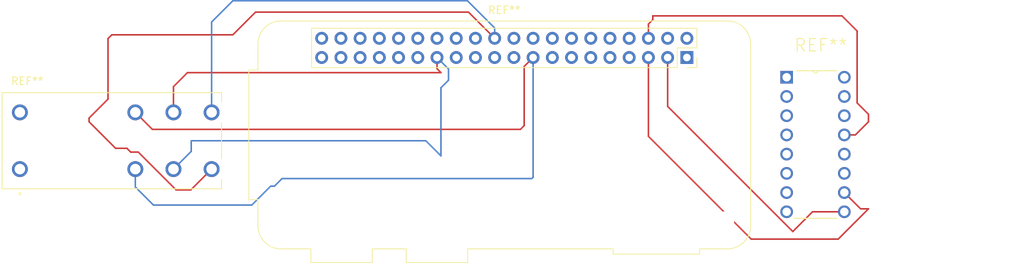
<source format=kicad_pcb>
(kicad_pcb (version 20240108) (generator "pcbnew") (generator_version "8.0")
  (layers (0 "F.Cu" signal) (31 "B.Cu" signal) (34 "B.Paste" user) (35 "F.Paste" user) (36 "B.SilkS" user "B.Silkscreen") (37 "F.SilkS" user "F.Silkscreen") (38 "B.Mask" user) (39 "F.Mask" user) (44 "Edge.Cuts" user))
  (net 0 "")
  (footprint "r3:RELAY_9-1393239-5" (layer "F.Cu") (at 95 51)
    (property "Reference" "REF**" (at -11.175 -7.885 0) (layer "F.SilkS"))
    (property "Value" "RELAY_9-1393239-5")
    (fp_line (start -14.5 -6.35) (end 14.5 -6.35) (stroke (width 0.127)) (layer "F.SilkS"))
    (fp_line (start -14.5 6.35) (end -14.5 -6.35) (stroke (width 0.127)) (layer "F.SilkS"))
    (fp_line (start 14.5 -6.35) (end 14.5 -5.12) (stroke (width 0.127)) (layer "F.SilkS"))
    (fp_line (start 14.5 -2.38) (end 14.5 2.38) (stroke (width 0.127)) (layer "F.SilkS"))
    (fp_line (start 14.5 5.12) (end 14.5 6.35) (stroke (width 0.127)) (layer "F.SilkS"))
    (fp_line (start 14.5 6.35) (end -14.5 6.35) (stroke (width 0.127)) (layer "F.SilkS"))
    (fp_circle (center -12.15 7) (end -12.05 7) (stroke (width 0.2)) (fill none) (layer "F.SilkS"))
    (pad "11-1" thru_hole circle (at 8.15 3.75) (size 2.1 2.1) (drill 1.4) (layers "*.Cu" "*.Mask"))
    (pad "11-2" thru_hole circle (at 8.15 -3.75) (size 2.1 2.1) (drill 1.4) (layers "*.Cu" "*.Mask"))
    (pad "12-1" thru_hole circle (at 3.11 3.75) (size 2.1 2.1) (drill 1.4) (layers "*.Cu" "*.Mask"))
    (pad "12-2" thru_hole circle (at 3.11 -3.75) (size 2.1 2.1) (drill 1.4) (layers "*.Cu" "*.Mask"))
    (pad "14-1" thru_hole circle (at 13.19 3.75) (size 2.1 2.1) (drill 1.4) (layers "*.Cu" "*.Mask"))
    (pad "14-2" thru_hole circle (at 13.19 -3.75) (size 2.1 2.1) (drill 1.4) (layers "*.Cu" "*.Mask"))
    (pad "A1" thru_hole circle (at -12.15 3.75) (size 2.1 2.1) (drill 1.4) (layers "*.Cu" "*.Mask"))
    (pad "A2" thru_hole circle (at -12.15 -3.75) (size 2.1 2.1) (drill 1.4) (layers "*.Cu" "*.Mask"))
  )
  (footprint "Module:Raspberry_Pi_Zero_Socketed_THT_FaceDown_MountingHoles" (layer "F.Cu") (at 171 40 -90)
    (property "Reference" "REF**" (at -6.27 24.13 0) (layer "F.SilkS"))
    (property "Value" "Raspberry_Pi_Zero_Socketed_THT_FaceDown_MountingHoles")
    (fp_line (start 1.67 57.89) (end 18.79 57.89) (stroke (width 0.12)) (layer "F.SilkS"))
    (fp_line (start 18.79 57.89) (end 18.79 56.69) (stroke (width 0.12)) (layer "F.SilkS"))
    (fp_line (start 1.67 56.69) (end 1.67 57.89) (stroke (width 0.12)) (layer "F.SilkS"))
    (fp_line (start 1.67 56.69) (end -1.77 56.69) (stroke (width 0.12)) (layer "F.SilkS"))
    (fp_line (start 18.79 56.69) (end 22.23 56.69) (stroke (width 0.12)) (layer "F.SilkS"))
    (fp_line (start -4.83 53.63) (end -4.83 -5.37) (stroke (width 0.12)) (layer "F.SilkS"))
    (fp_line (start 25.29 53.63) (end 25.29 49.69) (stroke (width 0.12)) (layer "F.SilkS"))
    (fp_line (start 25.29 49.69) (end 27.09 49.69) (stroke (width 0.12)) (layer "F.SilkS"))
    (fp_line (start 27.09 49.69) (end 27.09 41.57) (stroke (width 0.12)) (layer "F.SilkS"))
    (fp_line (start -3.87 49.59) (end 1.33 49.59) (stroke (width 0.12)) (layer "F.SilkS"))
    (fp_line (start 25.29 41.57) (end 25.29 37.09) (stroke (width 0.12)) (layer "F.SilkS"))
    (fp_line (start 27.09 41.57) (end 25.29 41.57) (stroke (width 0.12)) (layer "F.SilkS"))
    (fp_line (start 25.29 37.09) (end 27.09 37.09) (stroke (width 0.12)) (layer "F.SilkS"))
    (fp_line (start 27.09 37.09) (end 27.09 28.97) (stroke (width 0.12)) (layer "F.SilkS"))
    (fp_line (start 25.29 28.97) (end 25.29 9.74) (stroke (width 0.12)) (layer "F.SilkS"))
    (fp_line (start 27.09 28.97) (end 25.29 28.97) (stroke (width 0.12)) (layer "F.SilkS"))
    (fp_line (start 25.29 9.74) (end 25.99 9.74) (stroke (width 0.12)) (layer "F.SilkS"))
    (fp_line (start 25.99 9.74) (end 25.99 -1.68) (stroke (width 0.12)) (layer "F.SilkS"))
    (fp_line (start -1.27 1.27) (end 1.33 1.27) (stroke (width 0.12)) (layer "F.SilkS"))
    (fp_line (start 1.33 1.27) (end 1.33 49.59) (stroke (width 0.12)) (layer "F.SilkS"))
    (fp_line (start -3.87 -1.33) (end -3.87 49.59) (stroke (width 0.12)) (layer "F.SilkS"))
    (fp_line (start -3.87 -1.33) (end -1.27 -1.33) (stroke (width 0.12)) (layer "F.SilkS"))
    (fp_line (start -1.27 -1.33) (end -1.27 1.27) (stroke (width 0.12)) (layer "F.SilkS"))
    (fp_line (start 0 -1.33) (end 1.33 -1.33) (stroke (width 0.12)) (layer "F.SilkS"))
    (fp_line (start 1.33 -1.33) (end 1.33 0) (stroke (width 0.12)) (layer "F.SilkS"))
    (fp_line (start 25.29 -1.68) (end 25.29 -5.37) (stroke (width 0.12)) (layer "F.SilkS"))
    (fp_line (start 25.99 -1.68) (end 25.29 -1.68) (stroke (width 0.12)) (layer "F.SilkS"))
    (fp_line (start -1.77 -8.43) (end 22.23 -8.43) (stroke (width 0.12)) (layer "F.SilkS"))
    (fp_arc (start -1.77 56.69) (mid -3.933747 55.793747) (end -4.83 53.63) (stroke (width 0.12)) (layer "F.SilkS"))
    (fp_arc (start 25.29 53.63) (mid 24.393747 55.793747) (end 22.23 56.69) (stroke (width 0.12)) (layer "F.SilkS"))
    (fp_arc (start -4.83 -5.37) (mid -3.933747 -7.533747) (end -1.77 -8.43) (stroke (width 0.12)) (layer "F.SilkS"))
    (fp_arc (start 22.23 -8.43) (mid 24.393747 -7.533747) (end 25.29 -5.37) (stroke (width 0.12)) (layer "F.SilkS"))
    (pad "" np_thru_hole circle (at -1.27 -4.87) (size 2.75 2.75) (drill 2.75) (layers "*.Cu" "*.Mask"))
    (pad "" np_thru_hole circle (at -1.27 53.13) (size 2.75 2.75) (drill 2.75) (layers "*.Cu" "*.Mask"))
    (pad "" np_thru_hole circle (at 21.73 -4.87) (size 2.75 2.75) (drill 2.75) (layers "*.Cu" "*.Mask"))
    (pad "" np_thru_hole circle (at 21.73 53.13) (size 2.75 2.75) (drill 2.75) (layers "*.Cu" "*.Mask"))
    (pad "1" thru_hole rect (at 0 0 270) (size 1.7 1.7) (drill 1) (layers "*.Cu" "*.Mask"))
    (pad "2" thru_hole oval (at -2.54 0 270) (size 1.7 1.7) (drill 1) (layers "*.Cu" "*.Mask"))
    (pad "3" thru_hole oval (at 0 2.54 270) (size 1.7 1.7) (drill 1) (layers "*.Cu" "*.Mask"))
    (pad "4" thru_hole oval (at -2.54 2.54 270) (size 1.7 1.7) (drill 1) (layers "*.Cu" "*.Mask"))
    (pad "5" thru_hole oval (at 0 5.08 270) (size 1.7 1.7) (drill 1) (layers "*.Cu" "*.Mask"))
    (pad "6" thru_hole oval (at -2.54 5.08 270) (size 1.7 1.7) (drill 1) (layers "*.Cu" "*.Mask"))
    (pad "7" thru_hole oval (at 0 7.62 270) (size 1.7 1.7) (drill 1) (layers "*.Cu" "*.Mask"))
    (pad "8" thru_hole oval (at -2.54 7.62 270) (size 1.7 1.7) (drill 1) (layers "*.Cu" "*.Mask"))
    (pad "9" thru_hole oval (at 0 10.16 270) (size 1.7 1.7) (drill 1) (layers "*.Cu" "*.Mask"))
    (pad "10" thru_hole oval (at -2.54 10.16 270) (size 1.7 1.7) (drill 1) (layers "*.Cu" "*.Mask"))
    (pad "11" thru_hole oval (at 0 12.7 270) (size 1.7 1.7) (drill 1) (layers "*.Cu" "*.Mask"))
    (pad "12" thru_hole oval (at -2.54 12.7 270) (size 1.7 1.7) (drill 1) (layers "*.Cu" "*.Mask"))
    (pad "13" thru_hole oval (at 0 15.24 270) (size 1.7 1.7) (drill 1) (layers "*.Cu" "*.Mask"))
    (pad "14" thru_hole oval (at -2.54 15.24 270) (size 1.7 1.7) (drill 1) (layers "*.Cu" "*.Mask"))
    (pad "15" thru_hole oval (at 0 17.78 270) (size 1.7 1.7) (drill 1) (layers "*.Cu" "*.Mask"))
    (pad "16" thru_hole oval (at -2.54 17.78 270) (size 1.7 1.7) (drill 1) (layers "*.Cu" "*.Mask"))
    (pad "17" thru_hole oval (at 0 20.32 270) (size 1.7 1.7) (drill 1) (layers "*.Cu" "*.Mask"))
    (pad "18" thru_hole oval (at -2.54 20.32 270) (size 1.7 1.7) (drill 1) (layers "*.Cu" "*.Mask"))
    (pad "19" thru_hole oval (at 0 22.86 270) (size 1.7 1.7) (drill 1) (layers "*.Cu" "*.Mask"))
    (pad "20" thru_hole oval (at -2.54 22.86 270) (size 1.7 1.7) (drill 1) (layers "*.Cu" "*.Mask"))
    (pad "21" thru_hole oval (at 0 25.4 270) (size 1.7 1.7) (drill 1) (layers "*.Cu" "*.Mask"))
    (pad "22" thru_hole oval (at -2.54 25.4 270) (size 1.7 1.7) (drill 1) (layers "*.Cu" "*.Mask"))
    (pad "23" thru_hole oval (at 0 27.94 270) (size 1.7 1.7) (drill 1) (layers "*.Cu" "*.Mask"))
    (pad "24" thru_hole oval (at -2.54 27.94 270) (size 1.7 1.7) (drill 1) (layers "*.Cu" "*.Mask"))
    (pad "25" thru_hole oval (at 0 30.48 270) (size 1.7 1.7) (drill 1) (layers "*.Cu" "*.Mask"))
    (pad "26" thru_hole oval (at -2.54 30.48 270) (size 1.7 1.7) (drill 1) (layers "*.Cu" "*.Mask"))
    (pad "27" thru_hole oval (at 0 33.02 270) (size 1.7 1.7) (drill 1) (layers "*.Cu" "*.Mask"))
    (pad "28" thru_hole oval (at -2.54 33.02 270) (size 1.7 1.7) (drill 1) (layers "*.Cu" "*.Mask"))
    (pad "29" thru_hole oval (at 0 35.56 270) (size 1.7 1.7) (drill 1) (layers "*.Cu" "*.Mask"))
    (pad "30" thru_hole oval (at -2.54 35.56 270) (size 1.7 1.7) (drill 1) (layers "*.Cu" "*.Mask"))
    (pad "31" thru_hole oval (at 0 38.1 270) (size 1.7 1.7) (drill 1) (layers "*.Cu" "*.Mask"))
    (pad "32" thru_hole oval (at -2.54 38.1 270) (size 1.7 1.7) (drill 1) (layers "*.Cu" "*.Mask"))
    (pad "33" thru_hole oval (at 0 40.64 270) (size 1.7 1.7) (drill 1) (layers "*.Cu" "*.Mask"))
    (pad "34" thru_hole oval (at -2.54 40.64 270) (size 1.7 1.7) (drill 1) (layers "*.Cu" "*.Mask"))
    (pad "35" thru_hole oval (at 0 43.18 270) (size 1.7 1.7) (drill 1) (layers "*.Cu" "*.Mask"))
    (pad "36" thru_hole oval (at -2.54 43.18 270) (size 1.7 1.7) (drill 1) (layers "*.Cu" "*.Mask"))
    (pad "37" thru_hole oval (at 0 45.72 270) (size 1.7 1.7) (drill 1) (layers "*.Cu" "*.Mask"))
    (pad "38" thru_hole oval (at -2.54 45.72 270) (size 1.7 1.7) (drill 1) (layers "*.Cu" "*.Mask"))
    (pad "39" thru_hole oval (at 0 48.26 270) (size 1.7 1.7) (drill 1) (layers "*.Cu" "*.Mask"))
    (pad "40" thru_hole oval (at -2.54 48.26 270) (size 1.7 1.7) (drill 1) (layers "*.Cu" "*.Mask"))
  )
  (footprint "soil:DIP254P762X420-16" (layer "F.Cu") (at 191.81 60.39)
    (property "Reference" "REF**" (at -3.100335 -22.007315 0) (layer "F.SilkS") (effects (font (size 1.640811 1.640811))))
    (property "Value" "DIP254P762X420-16")
    (fp_line (start -6.6294 0.8636) (end -0.9906 0.8636) (stroke (width 0.1524)) (layer "F.SilkS"))
    (fp_line (start -4.1148 -18.6436) (end -6.2992 -18.6436) (stroke (width 0.1524)) (layer "F.SilkS"))
    (fp_line (start -3.5052 -18.6436) (end -4.1148 -18.6436) (stroke (width 0.1524)) (layer "F.SilkS"))
    (fp_line (start -0.9906 -18.6436) (end -3.5052 -18.6436) (stroke (width 0.1524)) (layer "F.SilkS"))
    (fp_arc (start -3.5052 -18.6436) (mid -3.81 -18.3388) (end -4.1148 -18.6436) (stroke (width 0.1524)) (layer "F.SilkS"))
    (pad "1" thru_hole rect (at -7.62 -17.78) (size 1.6764 1.6764) (drill 1.1176) (layers "*.Cu" "*.Mask"))
    (pad "2" thru_hole circle (at -7.62 -15.24) (size 1.6764 1.6764) (drill 1.1176) (layers "*.Cu" "*.Mask"))
    (pad "3" thru_hole circle (at -7.62 -12.7) (size 1.6764 1.6764) (drill 1.1176) (layers "*.Cu" "*.Mask"))
    (pad "4" thru_hole circle (at -7.62 -10.16) (size 1.6764 1.6764) (drill 1.1176) (layers "*.Cu" "*.Mask"))
    (pad "5" thru_hole circle (at -7.62 -7.62) (size 1.6764 1.6764) (drill 1.1176) (layers "*.Cu" "*.Mask"))
    (pad "6" thru_hole circle (at -7.62 -5.08) (size 1.6764 1.6764) (drill 1.1176) (layers "*.Cu" "*.Mask"))
    (pad "7" thru_hole circle (at -7.62 -2.54) (size 1.6764 1.6764) (drill 1.1176) (layers "*.Cu" "*.Mask"))
    (pad "8" thru_hole circle (at -7.62 0) (size 1.6764 1.6764) (drill 1.1176) (layers "*.Cu" "*.Mask"))
    (pad "9" thru_hole circle (at 0 0) (size 1.6764 1.6764) (drill 1.1176) (layers "*.Cu" "*.Mask"))
    (pad "10" thru_hole circle (at 0 -2.54) (size 1.6764 1.6764) (drill 1.1176) (layers "*.Cu" "*.Mask"))
    (pad "11" thru_hole circle (at 0 -5.08) (size 1.6764 1.6764) (drill 1.1176) (layers "*.Cu" "*.Mask"))
    (pad "12" thru_hole circle (at 0 -7.62) (size 1.6764 1.6764) (drill 1.1176) (layers "*.Cu" "*.Mask"))
    (pad "13" thru_hole circle (at 0 -10.16) (size 1.6764 1.6764) (drill 1.1176) (layers "*.Cu" "*.Mask"))
    (pad "14" thru_hole circle (at 0 -12.7) (size 1.6764 1.6764) (drill 1.1176) (layers "*.Cu" "*.Mask"))
    (pad "15" thru_hole circle (at 0 -15.24) (size 1.6764 1.6764) (drill 1.1176) (layers "*.Cu" "*.Mask"))
    (pad "16" thru_hole circle (at 0 -17.78) (size 1.6764 1.6764) (drill 1.1176) (layers "*.Cu" "*.Mask"))
  )
  (segment (start 94.5 37.5) (end 95 37) (width 0.2) (layer "F.Cu") (net 0))
  (segment (start 97.5 52.5) (end 97 52) (width 0.2) (layer "F.Cu") (net 0))
  (segment (start 137.98 41.48) (end 137.98 40) (width 0.2) (layer "F.Cu") (net 0))
  (segment (start 138.5 42) (end 137.98 41.48) (width 0.2) (layer "F.Cu") (net 0))
  (segment (start 98.11 47.25) (end 100.36 49.5) (width 0.2) (layer "F.Cu") (net 0))
  (segment (start 166.5 35) (end 165.92 35.58) (width 0.2) (layer "F.Cu") (net 0))
  (segment (start 193.5 46) (end 193.5 36.5) (width 0.2) (layer "F.Cu") (net 0))
  (segment (start 191.81 60.39) (end 187.61 60.39) (width 0.2) (layer "F.Cu") (net 0))
  (segment (start 166.5 34.5) (end 166.5 35) (width 0.2) (layer "F.Cu") (net 0))
  (segment (start 191.81 57.85) (end 193.96 60) (width 0.2) (layer "F.Cu") (net 0))
  (segment (start 149.5 41.18) (end 150.68 40) (width 0.2) (layer "F.Cu") (net 0))
  (segment (start 92 48) (end 94.5 45.5) (width 0.2) (layer "F.Cu") (net 0))
  (segment (start 168.46 46.46) (end 168.46 40) (width 0.2) (layer "F.Cu") (net 0))
  (segment (start 100.36 49.5) (end 149 49.5) (width 0.2) (layer "F.Cu") (net 0))
  (segment (start 149.5 48.5) (end 149.5 41.18) (width 0.2) (layer "F.Cu") (net 0))
  (segment (start 95.5 52) (end 92 48.5) (width 0.2) (layer "F.Cu") (net 0))
  (segment (start 193.5 36.5) (end 191.5 34.5) (width 0.2) (layer "F.Cu") (net 0))
  (segment (start 149 49.5) (end 149.5 49) (width 0.2) (layer "F.Cu") (net 0))
  (segment (start 193.27 50.23) (end 195 48.5) (width 0.2) (layer "F.Cu") (net 0))
  (segment (start 195 60) (end 191 64) (width 0.2) (layer "F.Cu") (net 0))
  (segment (start 108.19 54.75) (end 105.44 57.5) (width 0.2) (layer "F.Cu") (net 0))
  (segment (start 193.96 60) (end 195 60) (width 0.2) (layer "F.Cu") (net 0))
  (segment (start 92 48.5) (end 92 48) (width 0.2) (layer "F.Cu") (net 0))
  (segment (start 195 47.5) (end 193.5 46) (width 0.2) (layer "F.Cu") (net 0))
  (segment (start 165.92 50.42) (end 165.92 40) (width 0.2) (layer "F.Cu") (net 0))
  (segment (start 103.15 43.85) (end 105 42) (width 0.2) (layer "F.Cu") (net 0))
  (segment (start 97 52) (end 95.5 52) (width 0.2) (layer "F.Cu") (net 0))
  (segment (start 195 48.5) (end 195 47.5) (width 0.2) (layer "F.Cu") (net 0))
  (segment (start 105 42) (end 138.5 42) (width 0.2) (layer "F.Cu") (net 0))
  (segment (start 185 63) (end 168.46 46.46) (width 0.2) (layer "F.Cu") (net 0))
  (segment (start 111 37) (end 114 34) (width 0.2) (layer "F.Cu") (net 0))
  (segment (start 94.5 45.5) (end 94.5 37.5) (width 0.2) (layer "F.Cu") (net 0))
  (segment (start 103.15 47.25) (end 103.15 43.85) (width 0.2) (layer "F.Cu") (net 0))
  (segment (start 165.92 35.58) (end 165.92 37.46) (width 0.2) (layer "F.Cu") (net 0))
  (segment (start 98.5 52.5) (end 97.5 52.5) (width 0.2) (layer "F.Cu") (net 0))
  (segment (start 103.5 57.5) (end 98.5 52.5) (width 0.2) (layer "F.Cu") (net 0))
  (segment (start 142.14 34) (end 145.6 37.46) (width 0.2) (layer "F.Cu") (net 0))
  (segment (start 105.44 57.5) (end 103.5 57.5) (width 0.2) (layer "F.Cu") (net 0))
  (segment (start 95 37) (end 111 37) (width 0.2) (layer "F.Cu") (net 0))
  (segment (start 179.5 64) (end 165.92 50.42) (width 0.2) (layer "F.Cu") (net 0))
  (segment (start 191.5 34.5) (end 166.5 34.5) (width 0.2) (layer "F.Cu") (net 0))
  (segment (start 191 64) (end 179.5 64) (width 0.2) (layer "F.Cu") (net 0))
  (segment (start 191.81 50.23) (end 193.27 50.23) (width 0.2) (layer "F.Cu") (net 0))
  (segment (start 114 34) (end 142.14 34) (width 0.2) (layer "F.Cu") (net 0))
  (segment (start 187.61 60.39) (end 185 63) (width 0.2) (layer "F.Cu") (net 0))
  (segment (start 149.5 49) (end 149.5 48.5) (width 0.2) (layer "F.Cu") (net 0))
  (segment (start 138.5 53) (end 138.5 44) (width 0.2) (layer "B.Cu") (net 0))
  (segment (start 142 32.5) (end 145.6 36.1) (width 0.2) (layer "B.Cu") (net 0))
  (segment (start 116 57) (end 116.5 57) (width 0.2) (layer "B.Cu") (net 0))
  (segment (start 138.5 44) (end 139.5 43) (width 0.2) (layer "B.Cu") (net 0))
  (segment (start 108.19 35.31) (end 111 32.5) (width 0.2) (layer "B.Cu") (net 0))
  (segment (start 136.5 51) (end 138.5 53) (width 0.2) (layer "B.Cu") (net 0))
  (segment (start 145.6 36.1) (end 145.6 37.46) (width 0.2) (layer "B.Cu") (net 0))
  (segment (start 150.68 55.82) (end 150.68 40) (width 0.2) (layer "B.Cu") (net 0))
  (segment (start 116.5 57) (end 117.5 56) (width 0.2) (layer "B.Cu") (net 0))
  (segment (start 105.5 52.4) (end 105.5 51) (width 0.2) (layer "B.Cu") (net 0))
  (segment (start 98.11 54.75) (end 98.11 57.11) (width 0.2) (layer "B.Cu") (net 0))
  (segment (start 108.19 47.25) (end 108.19 35.31) (width 0.2) (layer "B.Cu") (net 0))
  (segment (start 139.5 41.52) (end 137.98 40) (width 0.2) (layer "B.Cu") (net 0))
  (segment (start 98.11 57.11) (end 100.5 59.5) (width 0.2) (layer "B.Cu") (net 0))
  (segment (start 117.5 56) (end 150.5 56) (width 0.2) (layer "B.Cu") (net 0))
  (segment (start 105.5 51) (end 136.5 51) (width 0.2) (layer "B.Cu") (net 0))
  (segment (start 150.5 56) (end 150.68 55.82) (width 0.2) (layer "B.Cu") (net 0))
  (segment (start 113.5 59.5) (end 116 57) (width 0.2) (layer "B.Cu") (net 0))
  (segment (start 103.15 54.75) (end 105.5 52.4) (width 0.2) (layer "B.Cu") (net 0))
  (segment (start 100.5 59.5) (end 113.5 59.5) (width 0.2) (layer "B.Cu") (net 0))
  (segment (start 111 32.5) (end 142 32.5) (width 0.2) (layer "B.Cu") (net 0))
  (segment (start 139.5 43) (end 139.5 41.52) (width 0.2) (layer "B.Cu") (net 0))
)
</source>
